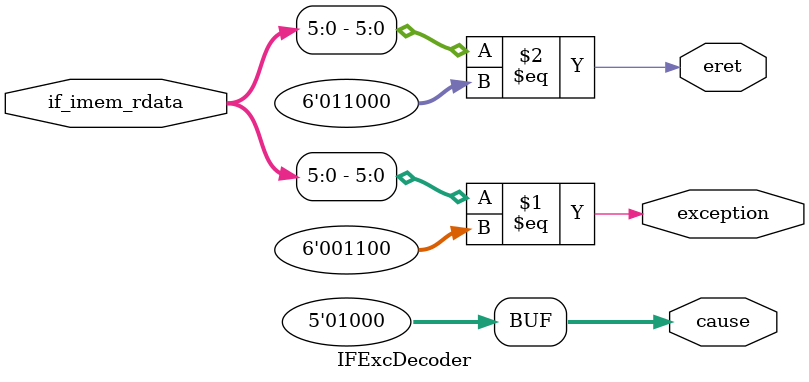
<source format=v>
module IFExcDecoder (
    input wire[31:0] if_imem_rdata,

    output wire exception,
    output wire eret,
    output wire[4:0] cause
);

    assign exception = if_imem_rdata[5:0] == 6'b001100; // System call
    assign eret = if_imem_rdata[5:0] == 6'b011000; // eret
    assign cause = 5'h8;
    
endmodule
</source>
